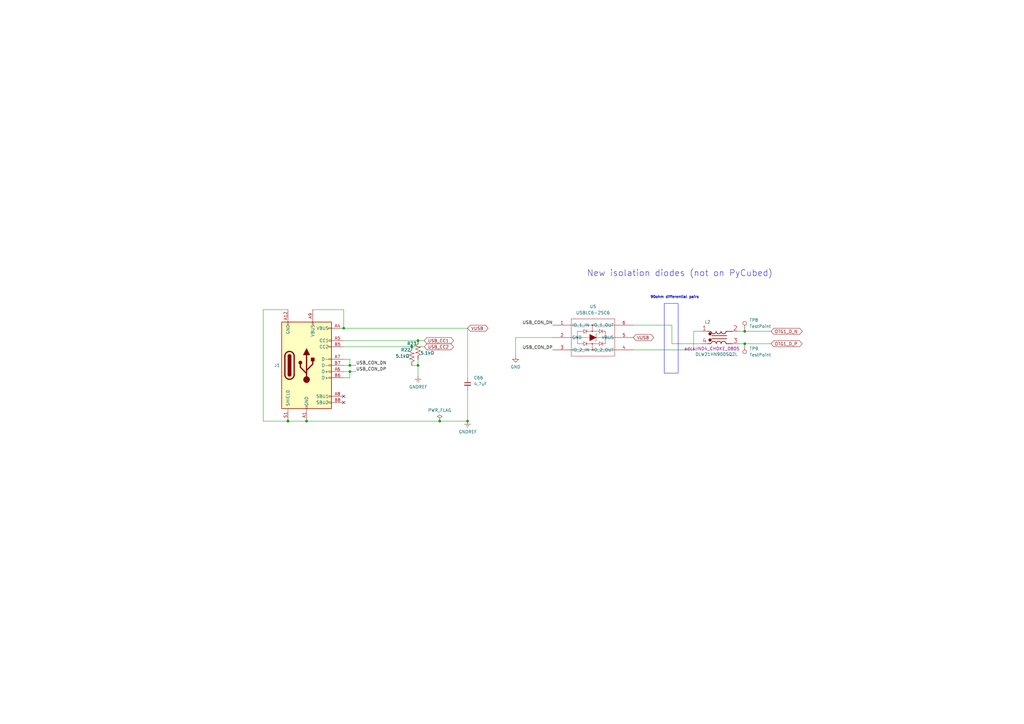
<source format=kicad_sch>
(kicad_sch (version 20230121) (generator eeschema)
  (paper "A3")
  (lib_symbols
    (symbol "Connector:TestPoint" (pin_numbers hide) (pin_names (offset 0.762) hide)
      (property "Reference" "TP" (at 0 6.858 0))
      (property "Value" "TestPoint" (at 0 5.08 0))
      (symbol "TestPoint_0_1"
        (circle (center 0 3.302) (radius 0.762))
      )
      (symbol "TestPoint_1_1"
        (pin passive line (at 0 0 90) (length 2.54) (name "1") (number "1"))
      )
    )
    (symbol "Device:C_Small" (pin_numbers hide) (pin_names (offset 0.254) hide)
      (property "Reference" "C" (at 0.254 1.778 0))
      (property "Value" "C_Small" (at 0.254 -2.032 0))
      (symbol "C_Small_0_1"
        (polyline (pts (xy -1.27 -0.508) (xy 1.27 -0.508)) (stroke (width 0.3302)))
        (polyline (pts (xy -1.27 0.508) (xy 1.27 0.508)) (stroke (width 0.3048)))
      )
      (symbol "C_Small_1_1"
        (pin passive line (at 0 2.54 270) (length 2.032) (name "~") (number "1"))
        (pin passive line (at 0 -2.54 90) (length 2.032) (name "~") (number "2"))
      )
    )
    (symbol "Device:R_US" (pin_numbers hide) (pin_names (offset 0))
      (property "Reference" "R" (at 2.54 0 90))
      (property "Value" "R_US" (at -2.54 0 90))
      (symbol "R_US_0_1"
        (polyline (pts (xy 0 -2.286) (xy 0 -2.54)))
        (polyline (pts (xy 0 2.286) (xy 0 2.54)))
        (polyline (pts (xy 0 -0.762) (xy 1.016 -1.143) (xy 0 -1.27) (xy -1.016 -1.905) (xy 0 -2.286)))
        (polyline (pts (xy 0 0.762) (xy 1.016 0.381) (xy 0 0) (xy -1.016 -0.381) (xy 0 -0.762)))
        (polyline (pts (xy 0 2.286) (xy 1.016 1.905) (xy 0 1.27) (xy -1.016 1.143) (xy 0 0.762)))
      )
      (symbol "R_US_1_1"
        (pin passive line (at 0 3.81 270) (length 1.27) (name "~") (number "1"))
        (pin passive line (at 0 -3.81 90) (length 1.27) (name "~") (number "2"))
      )
    )
    (symbol "adcs:IND_CMC_DLW21" (pin_names (offset 1.016))
      (property "Reference" "L?" (at -2.54 5.08 0))
      (property "Value" "DLW21HN900SQ2L" (at -5.08 -10.16 0))
      (symbol "IND_CMC_DLW21_0_1"
        (polyline (pts (xy 0 -5.08) (xy 1.27 -5.08)) (stroke (width 0.254)))
        (polyline (pts (xy 0 0) (xy 1.27 0)) (stroke (width 0.254)))
        (polyline (pts (xy 1.778 -1.778) (xy 7.874 -1.778)) (stroke (width 0.254)))
        (polyline (pts (xy 7.874 -3.048) (xy 1.778 -3.048)) (stroke (width 0.254)))
        (polyline (pts (xy 10.16 -5.08) (xy 7.62 -5.08)) (stroke (width 0.254)))
        (polyline (pts (xy 10.16 0) (xy 7.62 0)) (stroke (width 0.254)))
        (polyline (pts (xy 1.016 -0.762) (xy 1.016 -0.762) (xy 1.016 -0.762)) (stroke (width 0.254)))
        (circle (center 1.016 -3.556) (radius 0.508) (stroke (width 0.254)) (fill (type outline)))
        (circle (center 1.016 -1.016) (radius 0.508) (stroke (width 0.254)) (fill (type outline)))
        (pin passive line (at -2.54 0 0) (length 2.54) (name "1") (number "1"))
        (pin passive line (at 12.7 0 180) (length 2.54) (name "2") (number "2"))
        (pin passive line (at 12.7 -5.08 180) (length 2.54) (name "3") (number "3"))
        (pin passive line (at -2.54 -5.08 0) (length 2.54) (name "4") (number "4"))
      )
      (symbol "IND_CMC_DLW21_1_1"
        (arc (start 1.27 0) (mid 1.6527 -0.4949) (end 2.0066 -0.8636) (stroke (width 0.254)))
        (arc (start 2.0066 -4.191) (mid 1.6378 -4.5692) (end 1.27 -5.08) (stroke (width 0.254)))
        (arc (start 2.0066 -0.8636) (mid 2.5178 -1.0148) (end 3.0226 -0.8636) (stroke (width 0.254)))
        (arc (start 3.0226 -4.191) (mid 2.5182 -4.0687) (end 2.0066 -4.191) (stroke (width 0.254)))
        (arc (start 3.0226 -0.8636) (mid 3.3933 -0.5006) (end 3.556 0) (stroke (width 0.254)))
        (arc (start 3.556 -5.08) (mid 3.4131 -4.5605) (end 3.0226 -4.191) (stroke (width 0.254)))
        (arc (start 3.556 0) (mid 3.6847 -0.4949) (end 4.0386 -0.8636) (stroke (width 0.254)))
        (arc (start 4.0386 -4.191) (mid 3.6698 -4.5692) (end 3.556 -5.08) (stroke (width 0.254)))
        (arc (start 4.0386 -0.8636) (mid 4.5498 -1.0148) (end 5.0546 -0.8636) (stroke (width 0.254)))
        (arc (start 5.0546 -4.191) (mid 4.5502 -4.0687) (end 4.0386 -4.191) (stroke (width 0.254)))
        (arc (start 5.0546 -0.8636) (mid 5.4253 -0.5006) (end 5.588 0) (stroke (width 0.254)))
        (arc (start 5.588 -5.08) (mid 5.4451 -4.5605) (end 5.0546 -4.191) (stroke (width 0.254)))
        (arc (start 5.588 0) (mid 5.7167 -0.4949) (end 6.0706 -0.8636) (stroke (width 0.254)))
        (arc (start 6.0706 -4.191) (mid 5.7018 -4.5692) (end 5.588 -5.08) (stroke (width 0.254)))
        (arc (start 6.0706 -0.8636) (mid 6.5818 -1.0148) (end 7.0866 -0.8636) (stroke (width 0.254)))
        (arc (start 7.0866 -4.191) (mid 6.5822 -4.0687) (end 6.0706 -4.191) (stroke (width 0.254)))
        (arc (start 7.0866 -0.8636) (mid 7.4573 -0.5006) (end 7.62 0) (stroke (width 0.254)))
        (arc (start 7.62 -5.08) (mid 7.4771 -4.5605) (end 7.0866 -4.191) (stroke (width 0.254)))
      )
    )
    (symbol "adcs:USBLC6-2SC6" (pin_names (offset 0.254))
      (property "Reference" "U" (at 16.51 7.62 0))
      (property "Value" "USBLC6-2SC6" (at 16.51 5.08 0))
      (symbol "USBLC6-2SC6_0_1"
        (polyline (pts (xy 7.62 -12.7) (xy 25.4 -12.7)) (stroke (width 0.127)))
        (polyline (pts (xy 7.62 -10.16) (xy 25.4 -10.16)) (stroke (width 0.127)))
        (polyline (pts (xy 7.62 -5.08) (xy 25.4 -5.08)) (stroke (width 0.127)))
        (polyline (pts (xy 7.62 0) (xy 25.4 0)) (stroke (width 0.127)))
        (polyline (pts (xy 7.62 2.54) (xy 7.62 -12.7)) (stroke (width 0.127)))
        (polyline (pts (xy 10.16 -7.62) (xy 12.7 -7.62)) (stroke (width 0.127)))
        (polyline (pts (xy 10.16 -2.54) (xy 10.16 -7.62)) (stroke (width 0.127)))
        (polyline (pts (xy 12.7 -8.382) (xy 13.97 -7.62)) (stroke (width 0.127)))
        (polyline (pts (xy 12.7 -6.858) (xy 12.7 -8.382)) (stroke (width 0.127)))
        (polyline (pts (xy 12.7 -3.302) (xy 13.97 -2.54)) (stroke (width 0.127)))
        (polyline (pts (xy 12.7 -2.54) (xy 10.16 -2.54)) (stroke (width 0.127)))
        (polyline (pts (xy 12.7 -1.778) (xy 12.7 -3.302)) (stroke (width 0.127)))
        (polyline (pts (xy 13.97 -7.62) (xy 12.7 -6.858)) (stroke (width 0.127)))
        (polyline (pts (xy 13.97 -7.62) (xy 19.05 -7.62)) (stroke (width 0.127)))
        (polyline (pts (xy 13.97 -6.858) (xy 13.97 -8.382)) (stroke (width 0.127)))
        (polyline (pts (xy 13.97 -2.54) (xy 12.7 -1.778)) (stroke (width 0.127)))
        (polyline (pts (xy 13.97 -2.54) (xy 19.05 -2.54)) (stroke (width 0.127)))
        (polyline (pts (xy 13.97 -1.778) (xy 13.97 -3.302)) (stroke (width 0.127)))
        (polyline (pts (xy 15.24 -6.35) (xy 17.78 -5.08)) (stroke (width 0.127)))
        (polyline (pts (xy 15.24 -3.81) (xy 15.24 -6.35)) (stroke (width 0.127)))
        (polyline (pts (xy 16.1925 -7.62) (xy 16.1925 -10.16)) (stroke (width 0.127)))
        (polyline (pts (xy 16.1925 -2.54) (xy 16.1925 0)) (stroke (width 0.127)))
        (polyline (pts (xy 17.78 -6.35) (xy 17.4625 -6.6675)) (stroke (width 0.127)))
        (polyline (pts (xy 17.78 -5.08) (xy 15.24 -3.81)) (stroke (width 0.127)))
        (polyline (pts (xy 17.78 -3.81) (xy 17.78 -6.35)) (stroke (width 0.127)))
        (polyline (pts (xy 17.78 -3.81) (xy 18.0975 -3.4925)) (stroke (width 0.127)))
        (polyline (pts (xy 19.05 -8.382) (xy 19.05 -6.858)) (stroke (width 0.127)))
        (polyline (pts (xy 19.05 -6.858) (xy 20.32 -7.62)) (stroke (width 0.127)))
        (polyline (pts (xy 19.05 -3.302) (xy 19.05 -1.778)) (stroke (width 0.127)))
        (polyline (pts (xy 19.05 -1.778) (xy 20.32 -2.54)) (stroke (width 0.127)))
        (polyline (pts (xy 20.32 -8.382) (xy 20.32 -6.858)) (stroke (width 0.127)))
        (polyline (pts (xy 20.32 -7.62) (xy 19.05 -8.382)) (stroke (width 0.127)))
        (polyline (pts (xy 20.32 -7.62) (xy 21.59 -7.62)) (stroke (width 0.127)))
        (polyline (pts (xy 20.32 -3.302) (xy 20.32 -1.778)) (stroke (width 0.127)))
        (polyline (pts (xy 20.32 -2.54) (xy 19.05 -3.302)) (stroke (width 0.127)))
        (polyline (pts (xy 20.32 -2.54) (xy 21.59 -2.54)) (stroke (width 0.127)))
        (polyline (pts (xy 21.59 -7.62) (xy 21.59 -2.54)) (stroke (width 0.127)))
        (polyline (pts (xy 25.4 -12.7) (xy 25.4 2.54)) (stroke (width 0.127)))
        (polyline (pts (xy 25.4 2.54) (xy 7.62 2.54)) (stroke (width 0.127)))
        (polyline (pts (xy 15.24 -3.81) (xy 15.24 -6.35) (xy 17.78 -5.08)) (fill (type outline)))
        (circle (center 10.16 -5.08) (radius 0.127) (stroke (width 0.254)))
        (circle (center 16.1925 -10.16) (radius 0.127) (stroke (width 0.254)))
        (circle (center 16.1925 -7.62) (radius 0.127) (stroke (width 0.254)))
        (circle (center 16.1925 -2.54) (radius 0.127) (stroke (width 0.254)))
        (circle (center 16.1925 0) (radius 0.127) (stroke (width 0.254)))
        (circle (center 21.59 -5.08) (radius 0.127) (stroke (width 0.254)))
      )
      (symbol "USBLC6-2SC6_1_1"
        (pin unspecified line (at 0 0 0) (length 7.62) (name "IO_1_IN") (number "1"))
        (pin unspecified line (at 0 -5.08 0) (length 7.62) (name "GND") (number "2"))
        (pin unspecified line (at 0 -10.16 0) (length 7.62) (name "IO_2_IN") (number "3"))
        (pin unspecified line (at 33.02 -10.16 180) (length 7.62) (name "IO_2_OUT") (number "4"))
        (pin unspecified line (at 33.02 -5.08 180) (length 7.62) (name "VBUS") (number "5"))
        (pin unspecified line (at 33.02 0 180) (length 7.62) (name "IO_1_OUT") (number "6"))
      )
    )
    (symbol "mainboard:USB_C_pycubed" (pin_names (offset 1.016))
      (property "Reference" "J" (at -12.7 0 90))
      (symbol "USB_C_pycubed_1_1"
        (rectangle (start -10.16 17.78) (end 10.16 -17.78) (stroke (width 0.254)) (fill (type background)))
        (arc (start -8.89 -3.81) (mid -6.985 -5.7067) (end -5.08 -3.81) (stroke (width 0.508)))
        (rectangle (start -7.874 17.78) (end -7.366 16.764))
        (arc (start -7.62 -3.81) (mid -6.985 -4.4423) (end -6.35 -3.81) (stroke (width 0.254)))
        (arc (start -7.62 -3.81) (mid -6.985 -4.4423) (end -6.35 -3.81) (stroke (width 0.254)) (fill (type outline)))
        (rectangle (start -7.62 -3.81) (end -6.35 3.81) (stroke (width 0.254)) (fill (type outline)))
        (arc (start -6.35 3.81) (mid -6.985 4.4423) (end -7.62 3.81) (stroke (width 0.254)))
        (arc (start -6.35 3.81) (mid -6.985 4.4423) (end -7.62 3.81) (stroke (width 0.254)) (fill (type outline)))
        (arc (start -5.08 3.81) (mid -6.985 5.7067) (end -8.89 3.81) (stroke (width 0.508)))
        (circle (center -2.54 1.143) (radius 0.635) (stroke (width 0.254)) (fill (type outline)))
        (rectangle (start -0.254 -17.78) (end 0.254 -16.764))
        (circle (center 0 -5.842) (radius 1.27) (fill (type outline)))
        (polyline (pts (xy -8.89 -3.81) (xy -8.89 3.81)) (stroke (width 0.508)))
        (polyline (pts (xy -5.08 3.81) (xy -5.08 -3.81)) (stroke (width 0.508)))
        (polyline (pts (xy 0 -5.842) (xy 0 4.318)) (stroke (width 0.508)))
        (polyline (pts (xy 0 -3.302) (xy -2.54 -0.762) (xy -2.54 0.508)) (stroke (width 0.508)))
        (polyline (pts (xy 0 -2.032) (xy 2.54 0.508) (xy 2.54 1.778)) (stroke (width 0.508)))
        (polyline (pts (xy -1.27 4.318) (xy 0 6.858) (xy 1.27 4.318) (xy -1.27 4.318)) (stroke (width 0.254)) (fill (type outline)))
        (rectangle (start 1.905 1.778) (end 3.175 3.048) (stroke (width 0.254)) (fill (type outline)))
        (rectangle (start 2.286 17.78) (end 2.794 16.764))
        (rectangle (start 10.16 -14.986) (end 9.144 -15.494))
        (rectangle (start 10.16 -12.446) (end 9.144 -12.954))
        (rectangle (start 10.16 -4.826) (end 9.144 -5.334))
        (rectangle (start 10.16 -2.286) (end 9.144 -2.794))
        (rectangle (start 10.16 0.254) (end 9.144 -0.254))
        (rectangle (start 10.16 2.794) (end 9.144 2.286))
        (rectangle (start 10.16 7.874) (end 9.144 7.366))
        (rectangle (start 10.16 10.414) (end 9.144 9.906))
        (rectangle (start 10.16 15.494) (end 9.144 14.986))
        (pin passive line (at 0 -22.86 90) (length 5.08) (name "GND") (number "A1"))
        (pin passive line (at -7.62 22.86 270) (length 5.08) (name "GND") (number "A12"))
        (pin passive line (at 15.24 15.24 180) (length 5.08) (name "VBUS") (number "A4"))
        (pin bidirectional line (at 15.24 10.16 180) (length 5.08) (name "CC1") (number "A5"))
        (pin bidirectional line (at 15.24 -2.54 180) (length 5.08) (name "D+") (number "A6"))
        (pin bidirectional line (at 15.24 2.54 180) (length 5.08) (name "D-") (number "A7"))
        (pin bidirectional line (at 15.24 -12.7 180) (length 5.08) (name "SBU1") (number "A8"))
        (pin passive line (at 2.54 22.86 270) (length 5.08) (name "VBUS") (number "A9"))
        (pin bidirectional line (at 15.24 7.62 180) (length 5.08) (name "CC2") (number "B5"))
        (pin bidirectional line (at 15.24 -5.08 180) (length 5.08) (name "D+") (number "B6"))
        (pin bidirectional line (at 15.24 0 180) (length 5.08) (name "D-") (number "B7"))
        (pin bidirectional line (at 15.24 -15.24 180) (length 5.08) (name "SBU2") (number "B8"))
        (pin passive line (at -7.62 -22.86 90) (length 5.08) (name "SHIELD") (number "S1"))
      )
    )
    (symbol "power:GND" (power) (pin_names (offset 0))
      (property "Value" "GND" (at 0 -3.81 0))
      (symbol "GND_0_1"
        (polyline (pts (xy 0 0) (xy 0 -1.27) (xy 1.27 -1.27) (xy 0 -2.54) (xy -1.27 -1.27) (xy 0 -1.27)))
      )
      (symbol "GND_1_1"
        (pin power_in line (at 0 0 270) (length 0) hide (name "GND") (number "1"))
      )
    )
    (symbol "power:GNDREF" (power) (pin_names (offset 0))
      (property "Value" "GNDREF" (at 0 -3.81 0))
      (symbol "GNDREF_0_1"
        (polyline (pts (xy -0.635 -1.905) (xy 0.635 -1.905)))
        (polyline (pts (xy -0.127 -2.54) (xy 0.127 -2.54)))
        (polyline (pts (xy 0 -1.27) (xy 0 0)))
        (polyline (pts (xy 1.27 -1.27) (xy -1.27 -1.27)))
      )
      (symbol "GNDREF_1_1"
        (pin power_in line (at 0 0 270) (length 0) hide (name "GNDREF") (number "1"))
      )
    )
    (symbol "power:PWR_FLAG" (power) (pin_numbers hide) (pin_names (offset 0) hide)
      (property "Value" "PWR_FLAG" (at 0 3.81 0))
      (symbol "PWR_FLAG_0_0"
        (pin power_out line (at 0 0 90) (length 0) (name "pwr") (number "1"))
      )
      (symbol "PWR_FLAG_0_1"
        (polyline (pts (xy 0 0) (xy 0 1.27) (xy -1.016 1.905) (xy 0 2.54) (xy 1.016 1.905) (xy 0 1.27)))
      )
    )
  )
  (junction (at 305.435 140.97))
  (junction (at 180.34 172.72))
  (junction (at 143.51 152.4))
  (junction (at 125.73 172.72))
  (junction (at 143.51 149.86))
  (junction (at 140.97 134.62))
  (junction (at 171.45 139.7))
  (junction (at 191.77 172.72))
  (junction (at 171.45 149.86))
  (junction (at 118.11 172.72))
  (junction (at 305.435 135.89))
  (junction (at 168.91 142.24))
  (no_connect (at 140.97 162.56))
  (no_connect (at 140.97 165.1))
  (wire (pts (xy 305.435 135.89) (xy 316.23 135.89)))
  (wire (pts (xy 180.34 172.72) (xy 191.77 172.72)))
  (wire (pts (xy 211.455 138.43) (xy 211.455 146.05)))
  (wire (pts (xy 118.11 172.72) (xy 107.95 172.72)))
  (wire (pts (xy 128.27 127) (xy 140.97 127)))
  (wire (pts (xy 302.895 135.89) (xy 305.435 135.89)))
  (wire (pts (xy 191.77 160.02) (xy 191.77 172.72)))
  (wire (pts (xy 143.51 147.32) (xy 143.51 149.86)))
  (wire (pts (xy 226.695 138.43) (xy 211.455 138.43)))
  (wire (pts (xy 140.97 142.24) (xy 168.91 142.24)))
  (wire (pts (xy 140.97 139.7) (xy 171.45 139.7)))
  (wire (pts (xy 143.51 149.86) (xy 140.97 149.86)))
  (wire (pts (xy 259.715 133.35) (xy 275.59 133.35)))
  (wire (pts (xy 143.51 152.4) (xy 140.97 152.4)))
  (wire (pts (xy 107.95 127) (xy 118.11 127)))
  (wire (pts (xy 171.45 149.86) (xy 171.45 154.305)))
  (wire (pts (xy 107.95 172.72) (xy 107.95 127)))
  (wire (pts (xy 143.51 152.4) (xy 146.05 152.4)))
  (wire (pts (xy 191.77 134.62) (xy 191.77 154.94)))
  (wire (pts (xy 143.51 149.86) (xy 146.05 149.86)))
  (wire (pts (xy 171.45 139.7) (xy 173.99 139.7)))
  (wire (pts (xy 168.91 142.24) (xy 173.99 142.24)))
  (wire (pts (xy 125.73 172.72) (xy 180.34 172.72)))
  (wire (pts (xy 287.655 135.89) (xy 284.48 135.89)))
  (wire (pts (xy 259.715 143.51) (xy 284.48 143.51)))
  (wire (pts (xy 305.435 140.97) (xy 316.23 140.97)))
  (wire (pts (xy 302.895 140.97) (xy 305.435 140.97)))
  (wire (pts (xy 275.59 133.35) (xy 275.59 140.97)))
  (wire (pts (xy 143.51 154.94) (xy 143.51 152.4)))
  (wire (pts (xy 171.45 147.32) (xy 171.45 149.86)))
  (wire (pts (xy 140.97 147.32) (xy 143.51 147.32)))
  (wire (pts (xy 118.11 172.72) (xy 125.73 172.72)))
  (wire (pts (xy 140.97 154.94) (xy 143.51 154.94)))
  (wire (pts (xy 168.91 149.86) (xy 171.45 149.86)))
  (wire (pts (xy 140.97 134.62) (xy 191.77 134.62)))
  (wire (pts (xy 284.48 135.89) (xy 284.48 143.51)))
  (wire (pts (xy 140.97 127) (xy 140.97 134.62)))
  (wire (pts (xy 275.59 140.97) (xy 287.655 140.97)))
  (rectangle (start 272.415 124.46) (end 278.13 153.035))
  (text "New isolation diodes (not on PyCubed)" (at 240.665 113.665 0) (effects (font (size 2.54 2.54)) (justify left bottom)))
  (text "90ohm differential pairs" (at 266.7 122.555 0) (effects (font (size 1.0668 1.0668) (thickness 0.2134) bold) (justify left bottom)))
  (label "USB_CON_DN" (at 146.05 149.86 0))
  (label "USB_CON_DN" (at 226.695 133.35 180))
  (label "USB_CON_DP" (at 226.695 143.51 180))
  (label "USB_CON_DP" (at 146.05 152.4 0))
  (global_label "OTG1_D_P" (shape bidirectional) (at 316.23 140.97 0) (property "Intersheetrefs" "${INTERSHEET_REFS}" (effects hide)))
  (global_label "USB_CC2" (shape bidirectional) (at 173.99 142.24 0) (property "Intersheetrefs" "${INTERSHEET_REFS}" (effects hide)))
  (global_label "VUSB" (shape bidirectional) (at 259.715 138.43 0) (property "Intersheetrefs" "${INTERSHEET_REFS}" (effects hide)))
  (global_label "USB_CC1" (shape bidirectional) (at 173.99 139.7 0) (property "Intersheetrefs" "${INTERSHEET_REFS}" (effects hide)))
  (global_label "OTG1_D_N" (shape bidirectional) (at 316.23 135.89 0) (property "Intersheetrefs" "${INTERSHEET_REFS}" (effects hide)))
  (global_label "VUSB" (shape bidirectional) (at 191.77 134.62 0) (property "Intersheetrefs" "${INTERSHEET_REFS}" (effects hide)))
  (symbol (lib_id "Device:C_Small") (at 191.77 157.48 0) (unit 1)
    (property "Reference" "C66" (at 194.31 154.94 0) (effects (justify left)))
    (property "Value" "4.7uF" (at 194.31 157.48 0) (effects (justify left)))
    (property "Footprint" "adcs:Perfect_0402" (effects hide))
    (property "Footprint (for JLCPCB)" "0402" (effects hide))
    (instances (project "cpu_board" (path "" (reference "C66") (unit 1))) (project "mainboard" (path "" (reference "C?") (unit 1))))
  )
  (symbol (lib_id "Device:R_US") (at 168.91 146.05 0) (mirror x) (unit 1)
    (property "Reference" "R22" (at 166.37 143.51 0))
    (property "Value" "5.1kΩ" (at 165.1 146.05 0))
    (property "Footprint" "adcs:Perfect_0402" (effects hide))
    (property "Description" "5.1k 0402" (effects hide))
    (property "Footprint (for JLCPCB)" "0402" (effects hide))
    (instances (project "cpu_board" (path "" (reference "R22") (unit 1))) (project "mainboard" (path "" (reference "R?") (unit 1))))
  )
  (symbol (lib_id "power:GNDREF") (at 171.45 154.305 0) (unit 1)
    (property "Reference" "#PWR055" (effects hide))
    (property "Value" "GNDREF" (at 171.577 158.6992 0))
    (instances (project "cpu_board" (path "" (reference "#PWR055") (unit 1))) (project "mainboard" (path "" (reference "#PWR?") (unit 1))))
  )
  (symbol (lib_id "Device:R_US") (at 171.45 143.51 0) (mirror x) (unit 1)
    (property "Reference" "R23" (at 168.91 140.97 0))
    (property "Value" "5.1kΩ" (at 175.26 144.78 0))
    (property "Footprint" "adcs:Perfect_0402" (effects hide))
    (property "Description" "5.1k 0402" (effects hide))
    (property "Footprint (for JLCPCB)" "0402" (effects hide))
    (instances (project "cpu_board" (path "" (reference "R23") (unit 1))) (project "mainboard" (path "" (reference "R?") (unit 1))))
  )
  (symbol (lib_id "adcs:USBLC6-2SC6") (at 226.695 133.35 0) (unit 1)
    (property "Reference" "U5" (at 243.205 125.73 0))
    (property "Value" "USBLC6-2SC6" (at 243.205 128.27 0))
    (property "Footprint" "SOT23-6L_STM" (effects hide))
    (property "Description" "USB TVS diodes" (effects hide))
    (property "Flight" "USBLC6-2SC6" (effects hide))
    (property "JLCPCB P/N" "C2687116" (effects hide))
  )
  (symbol (lib_id "power:PWR_FLAG") (at 180.34 172.72 0) (unit 1)
    (property "Reference" "#FLG?" (effects hide))
    (property "Value" "PWR_FLAG" (at 180.34 168.275 0))
    (instances (project "cpu_board" (path "" (reference "#FLG?") (unit 1)) (path "" (reference "#FLG?") (unit 1)) (path "" (reference "#FLG021") (unit 1))))
  )
  (symbol (lib_id "adcs:IND_CMC_DLW21") (at 290.195 135.89 0) (unit 1)
    (property "Reference" "L2" (at 290.195 132.08 0))
    (property "Value" "DLW21HN900SQ2L" (at 285.115 146.05 0) (effects (justify left bottom)))
    (property "Footprint" "adcs:IND4_CHOKE_0805" (at 291.973 143.002 0))
    (property "Description" "Inductor" (effects hide))
    (property "Flight" "DLW21HN900SQ2L" (effects hide))
    (property "JLCPCB P/N" "C80529" (effects hide))
  )
  (symbol (lib_id "Connector:TestPoint") (at 305.435 140.97 180) (unit 1)
    (property "Reference" "TP9" (at 307.34 143.002 0) (effects (justify right)))
    (property "Value" "TestPoint" (at 307.34 145.542 0) (effects (justify right)))
  )
  (symbol (lib_id "mainboard:USB_C_pycubed") (at 125.73 149.86 0) (unit 1)
    (property "Reference" "J1" (at 114.8334 149.86 0) (effects (justify right)))
    (property "Value" "USB_C_pycubed" (effects hide))
    (property "Footprint" "mainboard:USB_C_Receptacle_XKB_U262-161N-4BVC11" (effects hide))
    (property "Description" "USB C Receptacle" (effects hide))
    (property "Flight" "U262-161N-4BVC11" (effects hide))
    (property "JLCPCB P/N" "C319148" (effects hide))
    (instances (project "cpu_board" (path "" (reference "J1") (unit 1))) (project "mainboard" (path "" (reference "J?") (unit 1))))
  )
  (symbol (lib_id "power:GND") (at 211.455 146.05 0) (unit 1)
    (property "Reference" "#PWR057" (effects hide))
    (property "Value" "GND" (at 211.455 150.495 0))
  )
  (symbol (lib_id "power:GNDREF") (at 191.77 172.72 0) (unit 1)
    (property "Reference" "#PWR056" (effects hide))
    (property "Value" "GNDREF" (at 191.897 177.1142 0))
    (instances (project "cpu_board" (path "" (reference "#PWR056") (unit 1))) (project "mainboard" (path "" (reference "#PWR?") (unit 1))))
  )
  (symbol (lib_id "Connector:TestPoint") (at 305.435 135.89 0) (unit 1)
    (property "Reference" "TP8" (at 307.34 131.318 0) (effects (justify left)))
    (property "Value" "TestPoint" (at 307.34 133.858 0) (effects (justify left)))
  )
)
</source>
